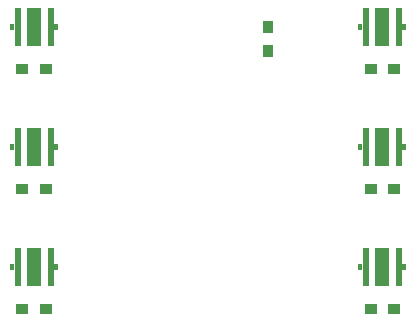
<source format=gtp>
%FSLAX25Y25*%
%MOIN*%
G70*
G01*
G75*
G04 Layer_Color=8421504*
%ADD10R,0.05118X0.12992*%
%ADD11R,0.01969X0.12992*%
%ADD12R,0.01575X0.01969*%
%ADD13R,0.04331X0.03543*%
%ADD14R,0.03543X0.04331*%
%ADD15C,0.01000*%
%ADD16R,0.05906X0.05906*%
%ADD17C,0.05906*%
%ADD18R,0.05906X0.05906*%
%ADD19C,0.05000*%
%ADD20C,0.14950*%
%ADD21C,0.00787*%
%ADD22C,0.00800*%
%ADD23C,0.00700*%
%ADD24C,0.01500*%
%ADD25C,0.02000*%
%ADD26C,0.01200*%
D10*
X172000Y230000D02*
D03*
X288000Y270000D02*
D03*
X172000Y310000D02*
D03*
X288000Y230000D02*
D03*
X172000Y270000D02*
D03*
X288000Y310000D02*
D03*
D11*
X177512Y230000D02*
D03*
X166488D02*
D03*
X282488Y270000D02*
D03*
X293512D02*
D03*
X177512Y310000D02*
D03*
X166488D02*
D03*
X282488Y230000D02*
D03*
X293512D02*
D03*
X177512Y270000D02*
D03*
X166488D02*
D03*
X282488Y310000D02*
D03*
X293512D02*
D03*
D12*
X179283Y230000D02*
D03*
X164716D02*
D03*
X280716Y270000D02*
D03*
X295284D02*
D03*
X179283Y310000D02*
D03*
X164716D02*
D03*
X280716Y230000D02*
D03*
X295284D02*
D03*
X179283Y270000D02*
D03*
X164716D02*
D03*
X280716Y310000D02*
D03*
X295284D02*
D03*
D13*
X168000Y216000D02*
D03*
X175874D02*
D03*
X292000D02*
D03*
X284126D02*
D03*
X292000Y256000D02*
D03*
X284126D02*
D03*
X168000D02*
D03*
X175874D02*
D03*
X168000Y296000D02*
D03*
X175874D02*
D03*
X292000D02*
D03*
X284126D02*
D03*
D14*
X250000Y302000D02*
D03*
Y309874D02*
D03*
M02*

</source>
